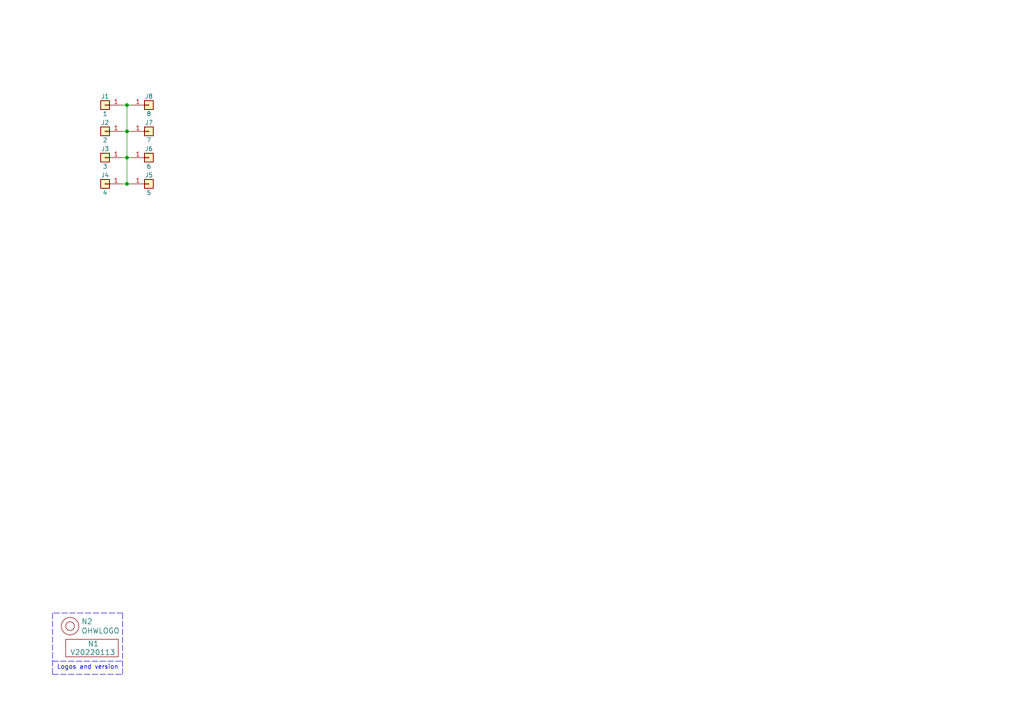
<source format=kicad_sch>
(kicad_sch (version 20230121) (generator eeschema)
  (paper "A4")
  (lib_symbols
    (symbol "Connector_Generic:Conn_01x01" (pin_names (offset 1.016) hide)
      (property "Reference" "J" (at 0 2.54 0))
      (property "Value" "Conn_01x01" (at 0 -2.54 0))
      (symbol "Conn_01x01_1_1"
        (rectangle (start -1.27 0.127) (end 0 -0.127) (stroke (width 0.1524)))
        (rectangle (start -1.27 1.27) (end 1.27 -1.27) (stroke (width 0.254)) (fill (type background)))
        (pin passive line (at -5.08 0 0) (length 3.81) (name "Pin_1") (number "1"))
      )
    )
    (symbol "SquantorLabels:OHWLOGO" (pin_names (offset 1.016))
      (property "Reference" "N" (at 0 3.81 0))
      (property "Value" "SquantorLabels_OHWLOGO" (at 0 -3.81 0))
      (symbol "OHWLOGO_0_1"
        (circle (center 0 0) (radius 1.27))
        (circle (center 0 0) (radius 2.54))
      )
    )
    (symbol "SquantorLabels:VYYYYMMDD" (pin_names (offset 1.016))
      (property "Reference" "N" (at 0 2.54 0))
      (property "Value" "SquantorLabels_VYYYYMMDD" (at 0 0 0))
      (symbol "VYYYYMMDD_0_1"
        (rectangle (start 7.62 -1.27) (end -7.62 3.81))
      )
    )
  )
  (junction (at 36.83 38.1))
  (junction (at 36.83 53.34))
  (junction (at 36.83 30.48))
  (junction (at 36.83 45.72))
  (wire (pts (xy 35.56 30.48) (xy 36.83 30.48)))
  (polyline (pts (xy 15.24 191.77) (xy 35.56 191.77)) (stroke (width 0) (type dash)))
  (wire (pts (xy 36.83 30.48) (xy 38.1 30.48)))
  (polyline (pts (xy 35.56 195.58) (xy 35.56 177.8)) (stroke (width 0) (type dash)))
  (wire (pts (xy 36.83 53.34) (xy 38.1 53.34)))
  (wire (pts (xy 36.83 30.48) (xy 36.83 38.1)))
  (wire (pts (xy 36.83 38.1) (xy 38.1 38.1)))
  (wire (pts (xy 36.83 45.72) (xy 36.83 53.34)))
  (wire (pts (xy 36.83 38.1) (xy 35.56 38.1)))
  (polyline (pts (xy 15.24 195.58) (xy 35.56 195.58)) (stroke (width 0) (type dash)))
  (wire (pts (xy 36.83 53.34) (xy 35.56 53.34)))
  (wire (pts (xy 36.83 38.1) (xy 36.83 45.72)))
  (polyline (pts (xy 15.24 177.8) (xy 15.24 195.58)) (stroke (width 0) (type dash)))
  (wire (pts (xy 36.83 45.72) (xy 35.56 45.72)))
  (wire (pts (xy 36.83 45.72) (xy 38.1 45.72)))
  (polyline (pts (xy 35.56 177.8) (xy 15.24 177.8)) (stroke (width 0) (type dash)))
  (text "Logos and version" (at 16.51 194.31 0) (effects (font (size 1.27 1.27)) (justify left bottom)))
  (symbol (lib_id "SquantorLabels:VYYYYMMDD") (at 26.67 189.23 0) (unit 1)
    (property "Reference" "N1" (at 25.4 186.69 0) (effects (font (size 1.524 1.524)) (justify left)))
    (property "Value" "V20220113" (at 20.32 189.23 0) (effects (font (size 1.524 1.524)) (justify left)))
    (property "Footprint" "SquantorLabels:Label_Generic" (effects hide))
  )
  (symbol (lib_id "SquantorLabels:OHWLOGO") (at 20.32 181.61 0) (unit 1)
    (property "Reference" "N2" (at 23.5712 180.2638 0) (effects (font (size 1.524 1.524)) (justify left)))
    (property "Value" "OHWLOGO" (at 23.5712 182.9562 0) (effects (font (size 1.524 1.524)) (justify left)))
    (property "Footprint" "Symbol:OSHW-Symbol_6.7x6mm_SilkScreen" (effects hide))
  )
  (symbol (lib_id "Connector_Generic:Conn_01x01") (at 30.48 38.1 180) (unit 1)
    (property "Reference" "J2" (at 30.48 35.56 0))
    (property "Value" "2" (at 30.48 40.64 0))
    (property "Footprint" "mill-max:PC_pin_nail_head_6092" (effects hide))
  )
  (symbol (lib_id "Connector_Generic:Conn_01x01") (at 30.48 30.48 180) (unit 1)
    (property "Reference" "J1" (at 30.48 27.94 0))
    (property "Value" "1" (at 30.48 33.02 0))
    (property "Footprint" "mill-max:PC_pin_nail_head_6092" (effects hide))
  )
  (symbol (lib_id "Connector_Generic:Conn_01x01") (at 30.48 45.72 0) (mirror y) (unit 1)
    (property "Reference" "J3" (at 30.48 43.18 0))
    (property "Value" "3" (at 30.48 48.26 0))
    (property "Footprint" "mill-max:PC_pin_nail_head_6092" (effects hide))
  )
  (symbol (lib_id "Connector_Generic:Conn_01x01") (at 30.48 53.34 0) (mirror y) (unit 1)
    (property "Reference" "J4" (at 30.48 50.8 0))
    (property "Value" "4" (at 30.48 55.88 0))
    (property "Footprint" "mill-max:PC_pin_nail_head_6092" (effects hide))
  )
  (symbol (lib_id "Connector_Generic:Conn_01x01") (at 43.18 53.34 0) (unit 1)
    (property "Reference" "J5" (at 43.18 50.8 0))
    (property "Value" "5" (at 43.18 55.88 0))
    (property "Footprint" "mill-max:PC_pin_nail_head_6092" (effects hide))
  )
  (symbol (lib_id "Connector_Generic:Conn_01x01") (at 43.18 45.72 0) (mirror x) (unit 1)
    (property "Reference" "J6" (at 43.18 43.18 0))
    (property "Value" "6" (at 43.18 48.26 0))
    (property "Footprint" "mill-max:PC_pin_nail_head_6092" (effects hide))
  )
  (symbol (lib_id "Connector_Generic:Conn_01x01") (at 43.18 30.48 0) (mirror x) (unit 1)
    (property "Reference" "J8" (at 43.18 27.94 0))
    (property "Value" "8" (at 43.18 33.02 0))
    (property "Footprint" "mill-max:PC_pin_nail_head_6092" (effects hide))
  )
  (symbol (lib_id "Connector_Generic:Conn_01x01") (at 43.18 38.1 0) (mirror x) (unit 1)
    (property "Reference" "J7" (at 43.18 35.56 0))
    (property "Value" "7" (at 43.18 40.64 0))
    (property "Footprint" "mill-max:PC_pin_nail_head_6092" (effects hide))
  )
)
</source>
